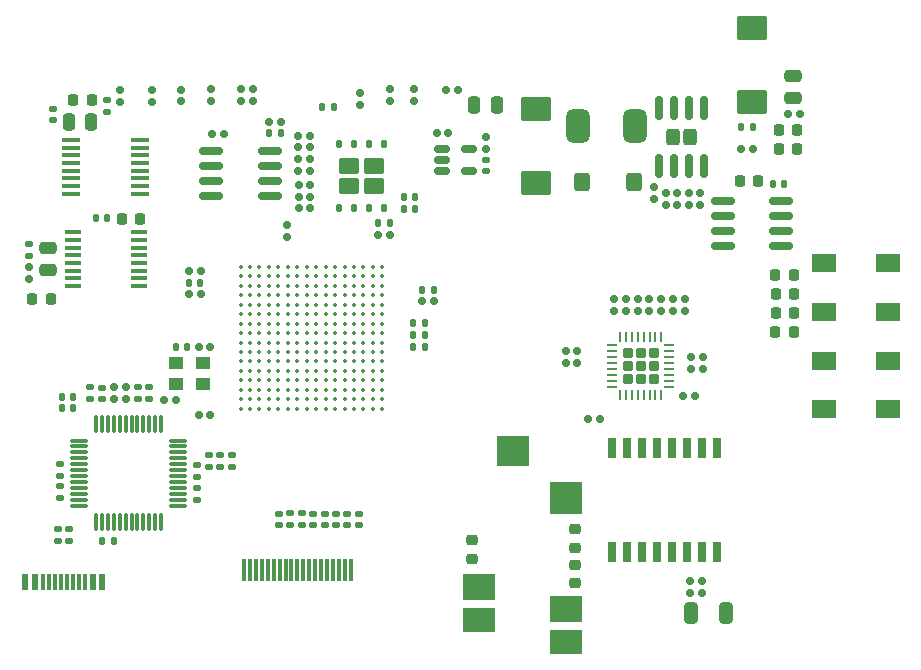
<source format=gbr>
%TF.GenerationSoftware,KiCad,Pcbnew,7.0.2*%
%TF.CreationDate,2023-10-25T03:12:25+05:00*%
%TF.ProjectId,Karnix_ASB,4b61726e-6978-45f4-9153-422e6b696361,V1.0*%
%TF.SameCoordinates,Original*%
%TF.FileFunction,Paste,Top*%
%TF.FilePolarity,Positive*%
%FSLAX46Y46*%
G04 Gerber Fmt 4.6, Leading zero omitted, Abs format (unit mm)*
G04 Created by KiCad (PCBNEW 7.0.2) date 2023-10-25 03:12:25*
%MOMM*%
%LPD*%
G01*
G04 APERTURE LIST*
G04 Aperture macros list*
%AMRoundRect*
0 Rectangle with rounded corners*
0 $1 Rounding radius*
0 $2 $3 $4 $5 $6 $7 $8 $9 X,Y pos of 4 corners*
0 Add a 4 corners polygon primitive as box body*
4,1,4,$2,$3,$4,$5,$6,$7,$8,$9,$2,$3,0*
0 Add four circle primitives for the rounded corners*
1,1,$1+$1,$2,$3*
1,1,$1+$1,$4,$5*
1,1,$1+$1,$6,$7*
1,1,$1+$1,$8,$9*
0 Add four rect primitives between the rounded corners*
20,1,$1+$1,$2,$3,$4,$5,0*
20,1,$1+$1,$4,$5,$6,$7,0*
20,1,$1+$1,$6,$7,$8,$9,0*
20,1,$1+$1,$8,$9,$2,$3,0*%
G04 Aperture macros list end*
%ADD10RoundRect,0.140000X0.140000X0.170000X-0.140000X0.170000X-0.140000X-0.170000X0.140000X-0.170000X0*%
%ADD11RoundRect,0.250000X-0.475000X0.250000X-0.475000X-0.250000X0.475000X-0.250000X0.475000X0.250000X0*%
%ADD12RoundRect,0.150000X0.150000X0.150000X-0.150000X0.150000X-0.150000X-0.150000X0.150000X-0.150000X0*%
%ADD13RoundRect,0.150000X-0.825000X-0.150000X0.825000X-0.150000X0.825000X0.150000X-0.825000X0.150000X0*%
%ADD14RoundRect,0.140000X-0.140000X-0.170000X0.140000X-0.170000X0.140000X0.170000X-0.140000X0.170000X0*%
%ADD15RoundRect,0.150000X-0.512500X-0.150000X0.512500X-0.150000X0.512500X0.150000X-0.512500X0.150000X0*%
%ADD16RoundRect,0.150000X-0.150000X-0.150000X0.150000X-0.150000X0.150000X0.150000X-0.150000X0.150000X0*%
%ADD17RoundRect,0.150000X0.150000X-0.150000X0.150000X0.150000X-0.150000X0.150000X-0.150000X-0.150000X0*%
%ADD18RoundRect,0.140000X-0.170000X0.140000X-0.170000X-0.140000X0.170000X-0.140000X0.170000X0.140000X0*%
%ADD19RoundRect,0.218750X-0.218750X-0.256250X0.218750X-0.256250X0.218750X0.256250X-0.218750X0.256250X0*%
%ADD20RoundRect,0.140000X0.170000X-0.140000X0.170000X0.140000X-0.170000X0.140000X-0.170000X-0.140000X0*%
%ADD21RoundRect,0.135000X0.185000X-0.135000X0.185000X0.135000X-0.185000X0.135000X-0.185000X-0.135000X0*%
%ADD22R,2.000000X1.600000*%
%ADD23RoundRect,0.135000X-0.135000X-0.185000X0.135000X-0.185000X0.135000X0.185000X-0.135000X0.185000X0*%
%ADD24R,1.473200X0.355600*%
%ADD25RoundRect,0.250000X-0.250000X-0.475000X0.250000X-0.475000X0.250000X0.475000X-0.250000X0.475000X0*%
%ADD26RoundRect,0.150000X-0.150000X0.150000X-0.150000X-0.150000X0.150000X-0.150000X0.150000X0.150000X0*%
%ADD27RoundRect,0.218750X0.218750X0.256250X-0.218750X0.256250X-0.218750X-0.256250X0.218750X-0.256250X0*%
%ADD28R,0.600000X1.450000*%
%ADD29R,0.300000X1.450000*%
%ADD30RoundRect,0.222500X0.222500X0.222500X-0.222500X0.222500X-0.222500X-0.222500X0.222500X-0.222500X0*%
%ADD31RoundRect,0.062500X0.375000X0.062500X-0.375000X0.062500X-0.375000X-0.062500X0.375000X-0.062500X0*%
%ADD32RoundRect,0.062500X0.062500X0.375000X-0.062500X0.375000X-0.062500X-0.375000X0.062500X-0.375000X0*%
%ADD33RoundRect,0.218750X-0.256250X0.218750X-0.256250X-0.218750X0.256250X-0.218750X0.256250X0.218750X0*%
%ADD34RoundRect,0.500000X0.500000X0.900000X-0.500000X0.900000X-0.500000X-0.900000X0.500000X-0.900000X0*%
%ADD35RoundRect,0.250000X-0.615000X0.435000X-0.615000X-0.435000X0.615000X-0.435000X0.615000X0.435000X0*%
%ADD36RoundRect,0.125000X-0.125000X0.250000X-0.125000X-0.250000X0.125000X-0.250000X0.125000X0.250000X0*%
%ADD37RoundRect,0.187500X-0.187500X-0.662500X0.187500X-0.662500X0.187500X0.662500X-0.187500X0.662500X0*%
%ADD38C,0.350000*%
%ADD39R,1.300000X1.100000*%
%ADD40RoundRect,0.250000X0.475000X-0.250000X0.475000X0.250000X-0.475000X0.250000X-0.475000X-0.250000X0*%
%ADD41RoundRect,0.135000X-0.185000X0.135000X-0.185000X-0.135000X0.185000X-0.135000X0.185000X0.135000X0*%
%ADD42RoundRect,0.075000X-0.662500X-0.075000X0.662500X-0.075000X0.662500X0.075000X-0.662500X0.075000X0*%
%ADD43RoundRect,0.075000X-0.075000X-0.662500X0.075000X-0.662500X0.075000X0.662500X-0.075000X0.662500X0*%
%ADD44RoundRect,0.300000X0.300000X-0.400000X0.300000X0.400000X-0.300000X0.400000X-0.300000X-0.400000X0*%
%ADD45RoundRect,0.150000X0.150000X-0.825000X0.150000X0.825000X-0.150000X0.825000X-0.150000X-0.825000X0*%
%ADD46R,0.300000X1.900000*%
%ADD47RoundRect,0.250000X-0.325000X-0.650000X0.325000X-0.650000X0.325000X0.650000X-0.325000X0.650000X0*%
%ADD48RoundRect,0.250000X1.025000X-0.787500X1.025000X0.787500X-1.025000X0.787500X-1.025000X-0.787500X0*%
%ADD49R,2.800000X2.000000*%
%ADD50R,2.800000X2.800000*%
%ADD51R,2.800000X2.200000*%
%ADD52R,2.800000X2.600000*%
%ADD53RoundRect,0.250000X0.250000X0.475000X-0.250000X0.475000X-0.250000X-0.475000X0.250000X-0.475000X0*%
%ADD54RoundRect,0.218750X0.256250X-0.218750X0.256250X0.218750X-0.256250X0.218750X-0.256250X-0.218750X0*%
%ADD55RoundRect,0.250000X-1.025000X0.787500X-1.025000X-0.787500X1.025000X-0.787500X1.025000X0.787500X0*%
%ADD56RoundRect,0.350000X0.350000X0.450000X-0.350000X0.450000X-0.350000X-0.450000X0.350000X-0.450000X0*%
%ADD57RoundRect,0.100000X-0.650000X-0.100000X0.650000X-0.100000X0.650000X0.100000X-0.650000X0.100000X0*%
G04 APERTURE END LIST*
D10*
%TO.C,C96*%
X121760000Y-76080000D03*
X120800000Y-76080000D03*
%TD*%
D11*
%TO.C,C65*%
X119585000Y-62491000D03*
X119585000Y-64391000D03*
%TD*%
D12*
%TO.C,R30*%
X154310000Y-49155000D03*
X153310000Y-49155000D03*
%TD*%
D13*
%TO.C,U9*%
X176760000Y-58490000D03*
X176760000Y-59760000D03*
X176760000Y-61030000D03*
X176760000Y-62300000D03*
X181710000Y-62300000D03*
X181710000Y-61030000D03*
X181710000Y-59760000D03*
X181710000Y-58490000D03*
%TD*%
D14*
%TO.C,C55*%
X181010000Y-57070000D03*
X181970000Y-57070000D03*
%TD*%
D15*
%TO.C,U4*%
X153022500Y-54090000D03*
X153022500Y-55040000D03*
X153022500Y-55990000D03*
X155297500Y-55990000D03*
X155297500Y-54090000D03*
%TD*%
D16*
%TO.C,R60*%
X140812000Y-55987000D03*
X141812000Y-55987000D03*
%TD*%
D12*
%TO.C,R37*%
X183258000Y-51139000D03*
X182258000Y-51139000D03*
%TD*%
D17*
%TO.C,R25*%
X148610000Y-50050000D03*
X148610000Y-49050000D03*
%TD*%
D18*
%TO.C,C59*%
X143050000Y-84980000D03*
X143050000Y-85940000D03*
%TD*%
D19*
%TO.C,D6*%
X181495000Y-54120000D03*
X183070000Y-54120000D03*
%TD*%
D16*
%TO.C,R65*%
X140835000Y-59111000D03*
X141835000Y-59111000D03*
%TD*%
D19*
%TO.C,L5*%
X118302000Y-66807000D03*
X119877000Y-66807000D03*
%TD*%
D20*
%TO.C,C16*%
X156730000Y-55990000D03*
X156730000Y-55030000D03*
%TD*%
D21*
%TO.C,R183*%
X132226000Y-83824000D03*
X132226000Y-82804000D03*
%TD*%
D22*
%TO.C,SW3*%
X190720000Y-72016760D03*
X185320000Y-72016760D03*
%TD*%
D23*
%TO.C,R173*%
X147580000Y-60355000D03*
X148600000Y-60355000D03*
%TD*%
D12*
%TO.C,R55*%
X133374000Y-70835000D03*
X132374000Y-70835000D03*
%TD*%
D18*
%TO.C,C21*%
X134215000Y-80035000D03*
X134215000Y-80995000D03*
%TD*%
D24*
%TO.C,U11*%
X121711200Y-61161600D03*
X121711200Y-61822000D03*
X121711200Y-62482400D03*
X121711200Y-63117400D03*
X121711200Y-63777800D03*
X121711200Y-64412800D03*
X121711200Y-65073200D03*
X121711200Y-65733600D03*
X127350000Y-65733600D03*
X127350000Y-65073200D03*
X127350000Y-64412800D03*
X127350000Y-63777800D03*
X127350000Y-63117400D03*
X127350000Y-62482400D03*
X127350000Y-61822000D03*
X127350000Y-61161600D03*
%TD*%
D25*
%TO.C,C69*%
X121400000Y-51810000D03*
X123300000Y-51810000D03*
%TD*%
D17*
%TO.C,R9*%
X128420000Y-50130000D03*
X128420000Y-49130000D03*
%TD*%
%TO.C,R38*%
X173860000Y-58860000D03*
X173860000Y-57860000D03*
%TD*%
D26*
%TO.C,R71*%
X172525000Y-66815000D03*
X172525000Y-67815000D03*
%TD*%
D12*
%TO.C,R39*%
X179290000Y-54100000D03*
X178290000Y-54100000D03*
%TD*%
D16*
%TO.C,R46*%
X133485000Y-52810000D03*
X134485000Y-52810000D03*
%TD*%
D22*
%TO.C,SW2*%
X190720000Y-67876760D03*
X185320000Y-67876760D03*
%TD*%
D14*
%TO.C,C80*%
X123701000Y-59961000D03*
X124661000Y-59961000D03*
%TD*%
%TO.C,C41*%
X149731000Y-59187000D03*
X150691000Y-59187000D03*
%TD*%
D27*
%TO.C,D5*%
X183062500Y-52480000D03*
X181487500Y-52480000D03*
%TD*%
D13*
%TO.C,U6*%
X133431000Y-54259000D03*
X133431000Y-55529000D03*
X133431000Y-56799000D03*
X133431000Y-58069000D03*
X138381000Y-58069000D03*
X138381000Y-56799000D03*
X138381000Y-55529000D03*
X138381000Y-54259000D03*
%TD*%
D10*
%TO.C,C40*%
X132530000Y-65420000D03*
X131570000Y-65420000D03*
%TD*%
D17*
%TO.C,R10*%
X130850000Y-50085000D03*
X130850000Y-49085000D03*
%TD*%
D26*
%TO.C,R77*%
X168565878Y-66815412D03*
X168565878Y-67815412D03*
%TD*%
D21*
%TO.C,R172*%
X128215000Y-75314000D03*
X128215000Y-74294000D03*
%TD*%
D26*
%TO.C,R5*%
X125710000Y-49090000D03*
X125710000Y-50090000D03*
%TD*%
D18*
%TO.C,C17*%
X133245000Y-80035000D03*
X133245000Y-80995000D03*
%TD*%
D14*
%TO.C,C23*%
X151325000Y-66045000D03*
X152285000Y-66045000D03*
%TD*%
D26*
%TO.C,R15*%
X133385000Y-49060000D03*
X133385000Y-50060000D03*
%TD*%
%TO.C,R102*%
X175030000Y-90690000D03*
X175030000Y-91690000D03*
%TD*%
%TO.C,R45*%
X139860000Y-60560000D03*
X139860000Y-61560000D03*
%TD*%
D27*
%TO.C,D4*%
X182795000Y-69590000D03*
X181220000Y-69590000D03*
%TD*%
D14*
%TO.C,C39*%
X130473000Y-70865000D03*
X131433000Y-70865000D03*
%TD*%
D16*
%TO.C,R68*%
X163455000Y-72245000D03*
X164455000Y-72245000D03*
%TD*%
D12*
%TO.C,R74*%
X175055000Y-71760000D03*
X174055000Y-71760000D03*
%TD*%
D10*
%TO.C,C97*%
X121750000Y-75080000D03*
X120790000Y-75080000D03*
%TD*%
D18*
%TO.C,C58*%
X144020000Y-84980000D03*
X144020000Y-85940000D03*
%TD*%
D21*
%TO.C,R180*%
X120450000Y-87265000D03*
X120450000Y-86245000D03*
%TD*%
D14*
%TO.C,C28*%
X150570000Y-70850000D03*
X151530000Y-70850000D03*
%TD*%
D28*
%TO.C,J1*%
X117720000Y-90735000D03*
X118520000Y-90735000D03*
D29*
X119720000Y-90735000D03*
X120720000Y-90735000D03*
X121220000Y-90735000D03*
X122220000Y-90735000D03*
D28*
X123420000Y-90735000D03*
X124220000Y-90735000D03*
X124220000Y-90735000D03*
X123420000Y-90735000D03*
D29*
X122720000Y-90735000D03*
X121720000Y-90735000D03*
X120220000Y-90735000D03*
X119220000Y-90735000D03*
D28*
X118520000Y-90735000D03*
X117720000Y-90735000D03*
%TD*%
D20*
%TO.C,C66*%
X118045000Y-63142000D03*
X118045000Y-62182000D03*
%TD*%
D26*
%TO.C,R24*%
X146075000Y-49405000D03*
X146075000Y-50405000D03*
%TD*%
D30*
%TO.C,U8*%
X170908000Y-73568000D03*
X170908000Y-72468000D03*
X170908000Y-71368000D03*
X169808000Y-73568000D03*
X169808000Y-72468000D03*
X169808000Y-71368000D03*
X168708000Y-73568000D03*
X168708000Y-72468000D03*
X168708000Y-71368000D03*
D31*
X172245500Y-74218000D03*
X172245500Y-73718000D03*
X172245500Y-73218000D03*
X172245500Y-72718000D03*
X172245500Y-72218000D03*
X172245500Y-71718000D03*
X172245500Y-71218000D03*
X172245500Y-70718000D03*
D32*
X171558000Y-70030500D03*
X171058000Y-70030500D03*
X170558000Y-70030500D03*
X170058000Y-70030500D03*
X169558000Y-70030500D03*
X169058000Y-70030500D03*
X168558000Y-70030500D03*
X168058000Y-70030500D03*
D31*
X167370500Y-70718000D03*
X167370500Y-71218000D03*
X167370500Y-71718000D03*
X167370500Y-72218000D03*
X167370500Y-72718000D03*
X167370500Y-73218000D03*
X167370500Y-73718000D03*
X167370500Y-74218000D03*
D32*
X168058000Y-74905500D03*
X168558000Y-74905500D03*
X169058000Y-74905500D03*
X169558000Y-74905500D03*
X170058000Y-74905500D03*
X170558000Y-74905500D03*
X171058000Y-74905500D03*
X171558000Y-74905500D03*
%TD*%
D33*
%TO.C,D16*%
X164225000Y-86275000D03*
X164225000Y-87850000D03*
%TD*%
D34*
%TO.C,L1*%
X164530000Y-52170000D03*
X169330000Y-52170000D03*
%TD*%
D14*
%TO.C,C100*%
X142855000Y-50575000D03*
X143815000Y-50575000D03*
%TD*%
D16*
%TO.C,R48*%
X140815000Y-53000000D03*
X141815000Y-53000000D03*
%TD*%
%TO.C,R47*%
X131550000Y-66400000D03*
X132550000Y-66400000D03*
%TD*%
D35*
%TO.C,U7*%
X147238000Y-55546000D03*
X145088000Y-55546000D03*
X147238000Y-57246000D03*
X145088000Y-57246000D03*
D36*
X148068000Y-53696000D03*
X146798000Y-53696000D03*
X145528000Y-53696000D03*
X144258000Y-53696000D03*
X144258000Y-59096000D03*
X145528000Y-59096000D03*
X146798000Y-59096000D03*
X148068000Y-59096000D03*
%TD*%
D37*
%TO.C,TR1*%
X167343000Y-88242000D03*
X168613000Y-88242000D03*
X169883000Y-88242000D03*
X171153000Y-88242000D03*
X172423000Y-88242000D03*
X173693000Y-88242000D03*
X174963000Y-88242000D03*
X176233000Y-88242000D03*
X176233000Y-79402800D03*
X174963000Y-79402800D03*
X173693000Y-79402800D03*
X172423000Y-79402800D03*
X171153000Y-79402800D03*
X169883000Y-79402800D03*
X168613000Y-79402800D03*
X167343000Y-79402800D03*
%TD*%
D38*
%TO.C,U5*%
X147930000Y-76100000D03*
X147130000Y-76100000D03*
X146330000Y-76100000D03*
X145530000Y-76100000D03*
X144730000Y-76100000D03*
X143930000Y-76100000D03*
X143130000Y-76100000D03*
X142330000Y-76100000D03*
X141530000Y-76100000D03*
X140730000Y-76100000D03*
X139930000Y-76100000D03*
X139130000Y-76100000D03*
X138330000Y-76100000D03*
X137530000Y-76100000D03*
X136730000Y-76100000D03*
X135930000Y-76100000D03*
X147930000Y-75300000D03*
X147130000Y-75300000D03*
X146330000Y-75300000D03*
X145530000Y-75300000D03*
X144730000Y-75300000D03*
X143930000Y-75300000D03*
X143130000Y-75300000D03*
X142330000Y-75300000D03*
X141530000Y-75300000D03*
X140730000Y-75300000D03*
X139930000Y-75300000D03*
X139130000Y-75300000D03*
X138330000Y-75300000D03*
X137530000Y-75300000D03*
X136730000Y-75300000D03*
X135930000Y-75300000D03*
X147930000Y-74500000D03*
X147130000Y-74500000D03*
X146330000Y-74500000D03*
X145530000Y-74500000D03*
X144730000Y-74500000D03*
X143930000Y-74500000D03*
X143130000Y-74500000D03*
X142330000Y-74500000D03*
X141530000Y-74500000D03*
X140730000Y-74500000D03*
X139930000Y-74500000D03*
X139130000Y-74500000D03*
X138330000Y-74500000D03*
X137530000Y-74500000D03*
X136730000Y-74500000D03*
X135930000Y-74500000D03*
X147930000Y-73700000D03*
X147130000Y-73700000D03*
X146330000Y-73700000D03*
X145530000Y-73700000D03*
X144730000Y-73700000D03*
X143930000Y-73700000D03*
X143130000Y-73700000D03*
X142330000Y-73700000D03*
X141530000Y-73700000D03*
X140730000Y-73700000D03*
X139930000Y-73700000D03*
X139130000Y-73700000D03*
X138330000Y-73700000D03*
X137530000Y-73700000D03*
X136730000Y-73700000D03*
X135930000Y-73700000D03*
X147930000Y-72900000D03*
X147130000Y-72900000D03*
X146330000Y-72900000D03*
X145530000Y-72900000D03*
X144730000Y-72900000D03*
X143930000Y-72900000D03*
X143130000Y-72900000D03*
X142330000Y-72900000D03*
X141530000Y-72900000D03*
X140730000Y-72900000D03*
X139930000Y-72900000D03*
X139130000Y-72900000D03*
X138330000Y-72900000D03*
X137530000Y-72900000D03*
X136730000Y-72900000D03*
X135930000Y-72900000D03*
X147930000Y-72100000D03*
X147130000Y-72100000D03*
X146330000Y-72100000D03*
X145530000Y-72100000D03*
X144730000Y-72100000D03*
X143930000Y-72100000D03*
X143130000Y-72100000D03*
X142330000Y-72100000D03*
X141530000Y-72100000D03*
X140730000Y-72100000D03*
X139930000Y-72100000D03*
X139130000Y-72100000D03*
X138330000Y-72100000D03*
X137530000Y-72100000D03*
X136730000Y-72100000D03*
X135930000Y-72100000D03*
X147930000Y-71300000D03*
X147130000Y-71300000D03*
X146330000Y-71300000D03*
X145530000Y-71300000D03*
X144730000Y-71300000D03*
X143930000Y-71300000D03*
X143130000Y-71300000D03*
X142330000Y-71300000D03*
X141530000Y-71300000D03*
X140730000Y-71300000D03*
X139930000Y-71300000D03*
X139130000Y-71300000D03*
X138330000Y-71300000D03*
X137530000Y-71300000D03*
X136730000Y-71300000D03*
X135930000Y-71300000D03*
X147930000Y-70500000D03*
X147130000Y-70500000D03*
X146330000Y-70500000D03*
X145530000Y-70500000D03*
X144730000Y-70500000D03*
X143930000Y-70500000D03*
X143130000Y-70500000D03*
X142330000Y-70500000D03*
X141530000Y-70500000D03*
X140730000Y-70500000D03*
X139930000Y-70500000D03*
X139130000Y-70500000D03*
X138330000Y-70500000D03*
X137530000Y-70500000D03*
X136730000Y-70500000D03*
X135930000Y-70500000D03*
X147930000Y-69700000D03*
X147130000Y-69700000D03*
X146330000Y-69700000D03*
X145530000Y-69700000D03*
X144730000Y-69700000D03*
X143930000Y-69700000D03*
X143130000Y-69700000D03*
X142330000Y-69700000D03*
X141530000Y-69700000D03*
X140730000Y-69700000D03*
X139930000Y-69700000D03*
X139130000Y-69700000D03*
X138330000Y-69700000D03*
X137530000Y-69700000D03*
X136730000Y-69700000D03*
X135930000Y-69700000D03*
X147930000Y-68900000D03*
X147130000Y-68900000D03*
X146330000Y-68900000D03*
X145530000Y-68900000D03*
X144730000Y-68900000D03*
X143930000Y-68900000D03*
X143130000Y-68900000D03*
X142330000Y-68900000D03*
X141530000Y-68900000D03*
X140730000Y-68900000D03*
X139930000Y-68900000D03*
X139130000Y-68900000D03*
X138330000Y-68900000D03*
X137530000Y-68900000D03*
X136730000Y-68900000D03*
X135930000Y-68900000D03*
X147930000Y-68100000D03*
X147130000Y-68100000D03*
X146330000Y-68100000D03*
X145530000Y-68100000D03*
X144730000Y-68100000D03*
X143930000Y-68100000D03*
X143130000Y-68100000D03*
X142330000Y-68100000D03*
X141530000Y-68100000D03*
X140730000Y-68100000D03*
X139930000Y-68100000D03*
X139130000Y-68100000D03*
X138330000Y-68100000D03*
X137530000Y-68100000D03*
X136730000Y-68100000D03*
X135930000Y-68100000D03*
X147930000Y-67300000D03*
X147130000Y-67300000D03*
X146330000Y-67300000D03*
X145530000Y-67300000D03*
X144730000Y-67300000D03*
X143930000Y-67300000D03*
X143130000Y-67300000D03*
X142330000Y-67300000D03*
X141530000Y-67300000D03*
X140730000Y-67300000D03*
X139930000Y-67300000D03*
X139130000Y-67300000D03*
X138330000Y-67300000D03*
X137530000Y-67300000D03*
X136730000Y-67300000D03*
X135930000Y-67300000D03*
X147930000Y-66500000D03*
X147130000Y-66500000D03*
X146330000Y-66500000D03*
X145530000Y-66500000D03*
X144730000Y-66500000D03*
X143930000Y-66500000D03*
X143130000Y-66500000D03*
X142330000Y-66500000D03*
X141530000Y-66500000D03*
X140730000Y-66500000D03*
X139930000Y-66500000D03*
X139130000Y-66500000D03*
X138330000Y-66500000D03*
X137530000Y-66500000D03*
X136730000Y-66500000D03*
X135930000Y-66500000D03*
X147930000Y-65700000D03*
X147130000Y-65700000D03*
X146330000Y-65700000D03*
X145530000Y-65700000D03*
X144730000Y-65700000D03*
X143930000Y-65700000D03*
X143130000Y-65700000D03*
X142330000Y-65700000D03*
X141530000Y-65700000D03*
X140730000Y-65700000D03*
X139930000Y-65700000D03*
X139130000Y-65700000D03*
X138330000Y-65700000D03*
X137530000Y-65700000D03*
X136730000Y-65700000D03*
X135930000Y-65700000D03*
X147930000Y-64900000D03*
X147130000Y-64900000D03*
X146330000Y-64900000D03*
X145530000Y-64900000D03*
X144730000Y-64900000D03*
X143930000Y-64900000D03*
X143130000Y-64900000D03*
X142330000Y-64900000D03*
X141530000Y-64900000D03*
X140730000Y-64900000D03*
X139930000Y-64900000D03*
X139130000Y-64900000D03*
X138330000Y-64900000D03*
X137530000Y-64900000D03*
X136730000Y-64900000D03*
X135930000Y-64900000D03*
X147930000Y-64100000D03*
X147130000Y-64100000D03*
X146330000Y-64100000D03*
X145530000Y-64100000D03*
X144730000Y-64100000D03*
X143930000Y-64100000D03*
X143130000Y-64100000D03*
X142330000Y-64100000D03*
X141530000Y-64100000D03*
X140730000Y-64100000D03*
X139930000Y-64100000D03*
X139130000Y-64100000D03*
X138330000Y-64100000D03*
X137530000Y-64100000D03*
X136730000Y-64100000D03*
X135930000Y-64100000D03*
%TD*%
D17*
%TO.C,C101*%
X126202000Y-75296000D03*
X126202000Y-74296000D03*
%TD*%
D14*
%TO.C,C38*%
X138363000Y-52795000D03*
X139323000Y-52795000D03*
%TD*%
D27*
%TO.C,D2*%
X182800000Y-66388000D03*
X181225000Y-66388000D03*
%TD*%
D16*
%TO.C,R62*%
X140815000Y-53981000D03*
X141815000Y-53981000D03*
%TD*%
D19*
%TO.C,L6*%
X121764000Y-50000000D03*
X123339000Y-50000000D03*
%TD*%
D39*
%TO.C,Y2*%
X130476000Y-74009000D03*
X132776000Y-74009000D03*
X132776000Y-72209000D03*
X130476000Y-72209000D03*
%TD*%
D16*
%TO.C,R53*%
X151330000Y-67010000D03*
X152330000Y-67010000D03*
%TD*%
D20*
%TO.C,C95*%
X132230000Y-81860000D03*
X132230000Y-80900000D03*
%TD*%
D16*
%TO.C,R80*%
X173405000Y-75060000D03*
X174405000Y-75060000D03*
%TD*%
D40*
%TO.C,C7*%
X182703000Y-49804000D03*
X182703000Y-47904000D03*
%TD*%
D27*
%TO.C,D3*%
X182800000Y-67984000D03*
X181225000Y-67984000D03*
%TD*%
D26*
%TO.C,R69*%
X170550000Y-66810000D03*
X170550000Y-67810000D03*
%TD*%
D16*
%TO.C,R76*%
X174065000Y-72735000D03*
X175065000Y-72735000D03*
%TD*%
D41*
%TO.C,R179*%
X120665000Y-82650000D03*
X120665000Y-83670000D03*
%TD*%
D21*
%TO.C,R181*%
X121425000Y-87265000D03*
X121425000Y-86245000D03*
%TD*%
D16*
%TO.C,R63*%
X140844000Y-58139000D03*
X141844000Y-58139000D03*
%TD*%
D26*
%TO.C,R75*%
X169555000Y-66815000D03*
X169555000Y-67815000D03*
%TD*%
D16*
%TO.C,R56*%
X138333000Y-51844000D03*
X139333000Y-51844000D03*
%TD*%
D21*
%TO.C,R171*%
X127205000Y-75312000D03*
X127205000Y-74292000D03*
%TD*%
D17*
%TO.C,C15*%
X156720000Y-54110000D03*
X156720000Y-53110000D03*
%TD*%
D42*
%TO.C,U20*%
X122287500Y-78797500D03*
X122287500Y-79297500D03*
X122287500Y-79797500D03*
X122287500Y-80297500D03*
X122287500Y-80797500D03*
X122287500Y-81297500D03*
X122287500Y-81797500D03*
X122287500Y-82297500D03*
X122287500Y-82797500D03*
X122287500Y-83297500D03*
X122287500Y-83797500D03*
X122287500Y-84297500D03*
D43*
X123700000Y-85710000D03*
X124200000Y-85710000D03*
X124700000Y-85710000D03*
X125200000Y-85710000D03*
X125700000Y-85710000D03*
X126200000Y-85710000D03*
X126700000Y-85710000D03*
X127200000Y-85710000D03*
X127700000Y-85710000D03*
X128200000Y-85710000D03*
X128700000Y-85710000D03*
X129200000Y-85710000D03*
D42*
X130612500Y-84297500D03*
X130612500Y-83797500D03*
X130612500Y-83297500D03*
X130612500Y-82797500D03*
X130612500Y-82297500D03*
X130612500Y-81797500D03*
X130612500Y-81297500D03*
X130612500Y-80797500D03*
X130612500Y-80297500D03*
X130612500Y-79797500D03*
X130612500Y-79297500D03*
X130612500Y-78797500D03*
D43*
X129200000Y-77385000D03*
X128700000Y-77385000D03*
X128200000Y-77385000D03*
X127700000Y-77385000D03*
X127200000Y-77385000D03*
X126700000Y-77385000D03*
X126200000Y-77385000D03*
X125700000Y-77385000D03*
X125200000Y-77385000D03*
X124700000Y-77385000D03*
X124200000Y-77385000D03*
X123700000Y-77385000D03*
%TD*%
D14*
%TO.C,C103*%
X149755000Y-58195000D03*
X150715000Y-58195000D03*
%TD*%
D16*
%TO.C,R54*%
X147585000Y-61400000D03*
X148585000Y-61400000D03*
%TD*%
D44*
%TO.C,U1*%
X172576000Y-53095000D03*
X173976000Y-53095000D03*
D45*
X171371000Y-55570000D03*
X172641000Y-55570000D03*
X173911000Y-55570000D03*
X175181000Y-55570000D03*
X175181000Y-50620000D03*
X173911000Y-50620000D03*
X172641000Y-50620000D03*
X171371000Y-50620000D03*
%TD*%
D18*
%TO.C,C62*%
X140120000Y-84970000D03*
X140120000Y-85930000D03*
%TD*%
D16*
%TO.C,R64*%
X140839000Y-57132000D03*
X141839000Y-57132000D03*
%TD*%
D26*
%TO.C,R101*%
X173985000Y-90700000D03*
X173985000Y-91700000D03*
%TD*%
D12*
%TO.C,R122*%
X133380000Y-76650000D03*
X132380000Y-76650000D03*
%TD*%
D14*
%TO.C,C29*%
X150565000Y-68850000D03*
X151525000Y-68850000D03*
%TD*%
D18*
%TO.C,C63*%
X139150000Y-84980000D03*
X139150000Y-85940000D03*
%TD*%
D20*
%TO.C,C98*%
X124210000Y-75280000D03*
X124210000Y-74320000D03*
%TD*%
D17*
%TO.C,C2*%
X172905000Y-58855000D03*
X172905000Y-57855000D03*
%TD*%
D14*
%TO.C,C22*%
X150570000Y-69890000D03*
X151530000Y-69890000D03*
%TD*%
D27*
%TO.C,D1*%
X182795000Y-64785000D03*
X181220000Y-64785000D03*
%TD*%
D26*
%TO.C,R72*%
X173530000Y-66810000D03*
X173530000Y-67810000D03*
%TD*%
%TO.C,C64*%
X118054000Y-64079000D03*
X118054000Y-65079000D03*
%TD*%
%TO.C,C1*%
X170925000Y-57325000D03*
X170925000Y-58325000D03*
%TD*%
D16*
%TO.C,R59*%
X131541891Y-64434532D03*
X132541891Y-64434532D03*
%TD*%
%TO.C,R57*%
X129475000Y-75398000D03*
X130475000Y-75398000D03*
%TD*%
D18*
%TO.C,C67*%
X124592000Y-49996000D03*
X124592000Y-50956000D03*
%TD*%
%TO.C,C57*%
X144980000Y-84980000D03*
X144980000Y-85940000D03*
%TD*%
D46*
%TO.C,J3*%
X145240000Y-89750000D03*
X144740000Y-89750000D03*
X144240000Y-89750000D03*
X143740000Y-89750000D03*
X143240000Y-89750000D03*
X142740000Y-89750000D03*
X142240000Y-89750000D03*
X141740000Y-89750000D03*
X141240000Y-89750000D03*
X140740000Y-89750000D03*
X140240000Y-89750000D03*
X139740000Y-89750000D03*
X139240000Y-89750000D03*
X138740000Y-89750000D03*
X138240000Y-89750000D03*
X137740000Y-89750000D03*
X137240000Y-89750000D03*
X136740000Y-89750000D03*
X136240000Y-89750000D03*
%TD*%
D27*
%TO.C,L4*%
X179750000Y-56860000D03*
X178175000Y-56860000D03*
%TD*%
D10*
%TO.C,C6*%
X179294000Y-52258000D03*
X178334000Y-52258000D03*
%TD*%
D16*
%TO.C,R73*%
X165350000Y-76940000D03*
X166350000Y-76940000D03*
%TD*%
D26*
%TO.C,R78*%
X167580000Y-66810000D03*
X167580000Y-67810000D03*
%TD*%
D17*
%TO.C,R27*%
X150655000Y-50065000D03*
X150655000Y-49065000D03*
%TD*%
D47*
%TO.C,C54*%
X174090000Y-93400000D03*
X177040000Y-93400000D03*
%TD*%
D48*
%TO.C,C5*%
X179195000Y-50124000D03*
X179195000Y-43899000D03*
%TD*%
D49*
%TO.C,XS12*%
X163485000Y-95870000D03*
D50*
X163485000Y-83670000D03*
D51*
X156085000Y-91170000D03*
X163485000Y-93070000D03*
D52*
X159035000Y-79670000D03*
D49*
X156085000Y-93970000D03*
%TD*%
D18*
%TO.C,C61*%
X141110000Y-84970000D03*
X141110000Y-85930000D03*
%TD*%
D53*
%TO.C,C4*%
X157610000Y-50420000D03*
X155710000Y-50420000D03*
%TD*%
D33*
%TO.C,D20*%
X164219000Y-89301000D03*
X164219000Y-90876000D03*
%TD*%
D21*
%TO.C,R182*%
X120675000Y-81760000D03*
X120675000Y-80740000D03*
%TD*%
D54*
%TO.C,D12*%
X155555000Y-88800000D03*
X155555000Y-87225000D03*
%TD*%
D20*
%TO.C,C68*%
X120089000Y-51648000D03*
X120089000Y-50688000D03*
%TD*%
D22*
%TO.C,SW1*%
X190720000Y-63736760D03*
X185320000Y-63736760D03*
%TD*%
D41*
%TO.C,R178*%
X123210000Y-74290000D03*
X123210000Y-75310000D03*
%TD*%
D18*
%TO.C,C60*%
X142085873Y-84975595D03*
X142085873Y-85935595D03*
%TD*%
D22*
%TO.C,SW4*%
X190720000Y-76156760D03*
X185320000Y-76156760D03*
%TD*%
D26*
%TO.C,R22*%
X137010000Y-49065000D03*
X137010000Y-50065000D03*
%TD*%
D18*
%TO.C,C56*%
X145940000Y-84980000D03*
X145940000Y-85940000D03*
%TD*%
D55*
%TO.C,C3*%
X160910000Y-50745000D03*
X160910000Y-56970000D03*
%TD*%
D56*
%TO.C,D8*%
X169210000Y-56920000D03*
X164810000Y-56920000D03*
%TD*%
D18*
%TO.C,C18*%
X135180000Y-80035000D03*
X135180000Y-80995000D03*
%TD*%
D16*
%TO.C,R61*%
X140815000Y-54988000D03*
X141815000Y-54988000D03*
%TD*%
%TO.C,R79*%
X163445411Y-71224898D03*
X164445411Y-71224898D03*
%TD*%
D14*
%TO.C,C94*%
X124220000Y-87300000D03*
X125180000Y-87300000D03*
%TD*%
D26*
%TO.C,R40*%
X174860000Y-57860000D03*
X174860000Y-58860000D03*
%TD*%
D16*
%TO.C,C14*%
X152530000Y-52790000D03*
X153530000Y-52790000D03*
%TD*%
D17*
%TO.C,C102*%
X125200000Y-75300000D03*
X125200000Y-74300000D03*
%TD*%
%TO.C,R42*%
X171915000Y-58855000D03*
X171915000Y-57855000D03*
%TD*%
D26*
%TO.C,R70*%
X171550000Y-66815000D03*
X171550000Y-67815000D03*
%TD*%
%TO.C,R17*%
X136000000Y-49065000D03*
X136000000Y-50065000D03*
%TD*%
D57*
%TO.C,U10*%
X121590000Y-53342000D03*
X121590000Y-53992000D03*
X121590000Y-54642000D03*
X121590000Y-55292000D03*
X121590000Y-55942000D03*
X121590000Y-56592000D03*
X121590000Y-57242000D03*
X121590000Y-57892000D03*
X127390000Y-57892000D03*
X127390000Y-57242000D03*
X127390000Y-56592000D03*
X127390000Y-55942000D03*
X127390000Y-55292000D03*
X127390000Y-54642000D03*
X127390000Y-53992000D03*
X127390000Y-53342000D03*
%TD*%
D19*
%TO.C,L13*%
X125872000Y-60013000D03*
X127447000Y-60013000D03*
%TD*%
M02*

</source>
